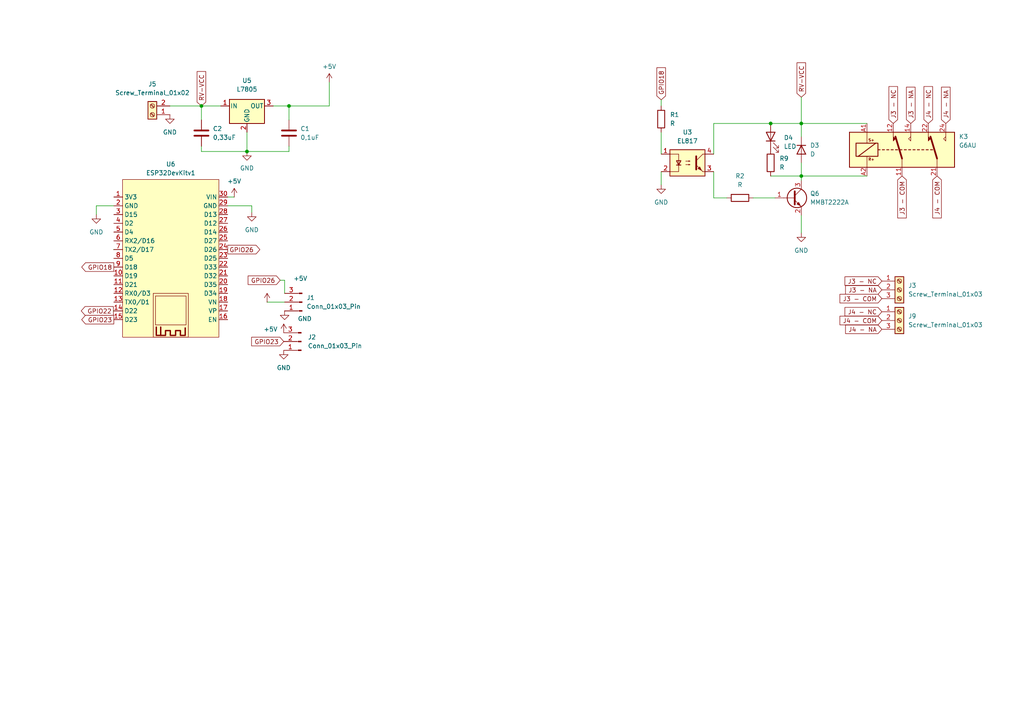
<source format=kicad_sch>
(kicad_sch (version 20250114) (generator "eeschema") (generator_version "9.0")
  (paper "A4")
  (lib_symbols
    (symbol "Connector:Conn_01x03_Pin" (pin_names (offset 1.016) (hide yes))
      (property "Reference" "J" (at 0 5.08 0))
      (property "Value" "Conn_01x03_Pin" (at 0 -5.08 0))
      (symbol "Conn_01x03_Pin_1_1"
        (rectangle (start 0.8636 2.667) (end 0 2.413) (stroke (width 0.1524)) (fill (type outline)))
        (rectangle (start 0.8636 0.127) (end 0 -0.127) (stroke (width 0.1524)) (fill (type outline)))
        (rectangle (start 0.8636 -2.413) (end 0 -2.667) (stroke (width 0.1524)) (fill (type outline)))
        (polyline (pts (xy 1.27 2.54) (xy 0.8636 2.54)) (stroke (width 0.1524)))
        (polyline (pts (xy 1.27 0) (xy 0.8636 0)) (stroke (width 0.1524)))
        (polyline (pts (xy 1.27 -2.54) (xy 0.8636 -2.54)) (stroke (width 0.1524)))
        (pin passive line (at 5.08 2.54 180) (length 3.81) (name "Pin_1") (number "1"))
        (pin passive line (at 5.08 0 180) (length 3.81) (name "Pin_2") (number "2"))
        (pin passive line (at 5.08 -2.54 180) (length 3.81) (name "Pin_3") (number "3"))
      )
    )
    (symbol "Connector:Screw_Terminal_01x02" (pin_names (offset 1.016) (hide yes))
      (property "Reference" "J" (at 0 2.54 0))
      (property "Value" "Screw_Terminal_01x02" (at 0 -5.08 0))
      (symbol "Screw_Terminal_01x02_1_1"
        (rectangle (start -1.27 1.27) (end 1.27 -3.81) (stroke (width 0.254)) (fill (type background)))
        (polyline (pts (xy -0.5334 0.3302) (xy 0.3302 -0.508)) (stroke (width 0.1524)))
        (polyline (pts (xy -0.5334 -2.2098) (xy 0.3302 -3.048)) (stroke (width 0.1524)))
        (polyline (pts (xy -0.3556 0.508) (xy 0.508 -0.3302)) (stroke (width 0.1524)))
        (polyline (pts (xy -0.3556 -2.032) (xy 0.508 -2.8702)) (stroke (width 0.1524)))
        (circle (center 0 0) (radius 0.635) (stroke (width 0.1524)))
        (circle (center 0 -2.54) (radius 0.635) (stroke (width 0.1524)))
        (pin passive line (at -5.08 0 0) (length 3.81) (name "Pin_1") (number "1"))
        (pin passive line (at -5.08 -2.54 0) (length 3.81) (name "Pin_2") (number "2"))
      )
    )
    (symbol "Connector:Screw_Terminal_01x03" (pin_names (offset 1.016) (hide yes))
      (property "Reference" "J" (at 0 5.08 0))
      (property "Value" "Screw_Terminal_01x03" (at 0 -5.08 0))
      (symbol "Screw_Terminal_01x03_1_1"
        (rectangle (start -1.27 3.81) (end 1.27 -3.81) (stroke (width 0.254)) (fill (type background)))
        (polyline (pts (xy -0.5334 2.8702) (xy 0.3302 2.032)) (stroke (width 0.1524)))
        (polyline (pts (xy -0.5334 0.3302) (xy 0.3302 -0.508)) (stroke (width 0.1524)))
        (polyline (pts (xy -0.5334 -2.2098) (xy 0.3302 -3.048)) (stroke (width 0.1524)))
        (polyline (pts (xy -0.3556 3.048) (xy 0.508 2.2098)) (stroke (width 0.1524)))
        (polyline (pts (xy -0.3556 0.508) (xy 0.508 -0.3302)) (stroke (width 0.1524)))
        (polyline (pts (xy -0.3556 -2.032) (xy 0.508 -2.8702)) (stroke (width 0.1524)))
        (circle (center 0 2.54) (radius 0.635) (stroke (width 0.1524)))
        (circle (center 0 0) (radius 0.635) (stroke (width 0.1524)))
        (circle (center 0 -2.54) (radius 0.635) (stroke (width 0.1524)))
        (pin passive line (at -5.08 2.54 0) (length 3.81) (name "Pin_1") (number "1"))
        (pin passive line (at -5.08 0 0) (length 3.81) (name "Pin_2") (number "2"))
        (pin passive line (at -5.08 -2.54 0) (length 3.81) (name "Pin_3") (number "3"))
      )
    )
    (symbol "Device:C" (pin_numbers (hide yes)) (pin_names (offset 0.254))
      (property "Reference" "C" (at 0.635 2.54 0))
      (property "Value" "C" (at 0.635 -2.54 0))
      (symbol "C_0_1"
        (polyline (pts (xy -2.032 0.762) (xy 2.032 0.762)) (stroke (width 0.508)))
        (polyline (pts (xy -2.032 -0.762) (xy 2.032 -0.762)) (stroke (width 0.508)))
      )
      (symbol "C_1_1"
        (pin passive line (at 0 3.81 270) (length 2.794) (name "~") (number "1"))
        (pin passive line (at 0 -3.81 90) (length 2.794) (name "~") (number "2"))
      )
    )
    (symbol "Device:D" (pin_numbers (hide yes)) (pin_names (offset 1.016) (hide yes))
      (property "Reference" "D" (at 0 2.54 0))
      (property "Value" "D" (at 0 -2.54 0))
      (symbol "D_0_1"
        (polyline (pts (xy -1.27 1.27) (xy -1.27 -1.27)) (stroke (width 0.254)))
        (polyline (pts (xy 1.27 1.27) (xy 1.27 -1.27) (xy -1.27 0) (xy 1.27 1.27)) (stroke (width 0.254)))
        (polyline (pts (xy 1.27 0) (xy -1.27 0)))
      )
      (symbol "D_1_1"
        (pin passive line (at -3.81 0 0) (length 2.54) (name "K") (number "1"))
        (pin passive line (at 3.81 0 180) (length 2.54) (name "A") (number "2"))
      )
    )
    (symbol "Device:R" (pin_numbers (hide yes)) (pin_names (offset 0))
      (property "Reference" "R" (at 2.032 0 90))
      (property "Value" "R" (at 0 0 90))
      (symbol "R_0_1"
        (rectangle (start -1.016 -2.54) (end 1.016 2.54) (stroke (width 0.254)))
      )
      (symbol "R_1_1"
        (pin passive line (at 0 3.81 270) (length 1.27) (name "~") (number "1"))
        (pin passive line (at 0 -3.81 90) (length 1.27) (name "~") (number "2"))
      )
    )
    (symbol "Isolator:EL817" (pin_names (offset 1.016))
      (property "Reference" "U" (at -5.08 5.08 0))
      (property "Value" "EL817" (at 0 5.08 0))
      (symbol "EL817_0_1"
        (rectangle (start -5.08 3.81) (end 5.08 -3.81) (stroke (width 0.254)) (fill (type background)))
        (polyline (pts (xy -5.08 2.54) (xy -2.54 2.54) (xy -2.54 -0.635)))
        (polyline (pts (xy -3.175 -0.635) (xy -1.905 -0.635)) (stroke (width 0.254)))
        (polyline (pts (xy -2.54 -0.635) (xy -2.54 -2.54) (xy -5.08 -2.54)))
        (polyline (pts (xy -2.54 -0.635) (xy -3.175 0.635) (xy -1.905 0.635) (xy -2.54 -0.635)) (stroke (width 0.254)))
        (polyline (pts (xy -0.508 0.508) (xy 0.762 0.508) (xy 0.381 0.381) (xy 0.381 0.635) (xy 0.762 0.508)))
        (polyline (pts (xy -0.508 -0.508) (xy 0.762 -0.508) (xy 0.381 -0.635) (xy 0.381 -0.381) (xy 0.762 -0.508)))
        (polyline (pts (xy 2.54 1.905) (xy 2.54 -1.905) (xy 2.54 -1.905)) (stroke (width 0.508)))
        (polyline (pts (xy 2.54 0.635) (xy 4.445 2.54)))
        (polyline (pts (xy 3.048 -1.651) (xy 3.556 -1.143) (xy 4.064 -2.159) (xy 3.048 -1.651) (xy 3.048 -1.651)) (fill (type outline)))
        (polyline (pts (xy 4.445 2.54) (xy 5.08 2.54)))
        (polyline (pts (xy 4.445 -2.54) (xy 2.54 -0.635)) (fill (type outline)))
        (polyline (pts (xy 4.445 -2.54) (xy 5.08 -2.54)))
      )
      (symbol "EL817_1_1"
        (pin passive line (at -7.62 2.54 0) (length 2.54) (name "~") (number "1"))
        (pin passive line (at -7.62 -2.54 0) (length 2.54) (name "~") (number "2"))
        (pin passive line (at 7.62 2.54 180) (length 2.54) (name "~") (number "4"))
        (pin passive line (at 7.62 -2.54 180) (length 2.54) (name "~") (number "3"))
      )
    )
    (symbol "LED_2" (pin_numbers (hide yes)) (pin_names (offset 1.016) (hide yes))
      (property "Reference" "D" (at 0 2.54 0))
      (property "Value" "LED" (at 0 -2.54 0))
      (symbol "LED_2_0_1"
        (polyline (pts (xy -3.048 -0.762) (xy -4.572 -2.286) (xy -3.81 -2.286) (xy -4.572 -2.286) (xy -4.572 -1.524)))
        (polyline (pts (xy -1.778 -0.762) (xy -3.302 -2.286) (xy -2.54 -2.286) (xy -3.302 -2.286) (xy -3.302 -1.524)))
        (polyline (pts (xy -1.27 0) (xy 1.27 0)))
        (polyline (pts (xy -1.27 -1.27) (xy -1.27 1.27)) (stroke (width 0.254)))
        (polyline (pts (xy 1.27 -1.27) (xy 1.27 1.27) (xy -1.27 0) (xy 1.27 -1.27)) (stroke (width 0.254)))
      )
      (symbol "LED_2_1_1"
        (pin passive line (at -3.81 0 0) (length 2.54) (name "K") (number "1"))
        (pin passive line (at 3.81 0 180) (length 2.54) (name "A") (number "2"))
      )
    )
    (symbol "MCE_Modulos:ESP32DevKitv1"
      (property "Reference" "U" (at -12.7 24.13 0))
      (property "Value" "ESP32DevKitv1" (at 0 -24.13 0))
      (symbol "ESP32DevKitv1_0_1"
        (polyline (pts (xy -5.08 -10.16) (xy 5.08 -10.16) (xy 5.08 -22.86) (xy -5.08 -22.86) (xy -5.08 -10.16)))
        (polyline (pts (xy -4.445 -10.922) (xy 4.445 -10.922) (xy 4.445 -19.304) (xy -4.445 -19.304) (xy -4.445 -10.922)))
      )
      (symbol "ESP32DevKitv1_1_1"
        (rectangle (start -13.97 22.86) (end 13.97 -22.86) (fill (type background)))
        (polyline (pts (xy -4.191 -19.939) (xy -4.191 -22.352) (xy -1.524 -22.352) (xy -1.524 -20.955) (xy -0.127 -20.955) (xy -0.127 -22.352) (xy 1.397 -22.352) (xy 1.397 -20.955) (xy 2.794 -20.955) (xy 2.794 -22.352) (xy 4.191 -22.352) (xy 4.191 -20.193)) (stroke (width 0.4)))
        (polyline (pts (xy -2.921 -19.939) (xy -2.921 -22.352)) (stroke (width 0.4)))
        (pin power_in line (at -16.51 17.78 0) (length 2.54) (name "3V3") (number "1"))
        (pin power_in line (at -16.51 15.24 0) (length 2.54) (name "GND") (number "2"))
        (pin bidirectional line (at -16.51 12.7 0) (length 2.54) (name "D15") (number "3"))
        (pin bidirectional line (at -16.51 10.16 0) (length 2.54) (name "D2") (number "4"))
        (pin bidirectional line (at -16.51 7.62 0) (length 2.54) (name "D4") (number "5"))
        (pin bidirectional line (at -16.51 5.08 0) (length 2.54) (name "RX2/D16") (number "6"))
        (pin bidirectional line (at -16.51 2.54 0) (length 2.54) (name "TX2/D17") (number "7"))
        (pin bidirectional line (at -16.51 0 0) (length 2.54) (name "D5") (number "8"))
        (pin bidirectional line (at -16.51 -2.54 0) (length 2.54) (name "D18") (number "9"))
        (pin bidirectional line (at -16.51 -5.08 0) (length 2.54) (name "D19") (number "10"))
        (pin bidirectional line (at -16.51 -7.62 0) (length 2.54) (name "D21") (number "11"))
        (pin bidirectional line (at -16.51 -10.16 0) (length 2.54) (name "RX0/D3") (number "12"))
        (pin bidirectional line (at -16.51 -12.7 0) (length 2.54) (name "TX0/D1") (number "13"))
        (pin bidirectional line (at -16.51 -15.24 0) (length 2.54) (name "D22") (number "14"))
        (pin bidirectional line (at -16.51 -17.78 0) (length 2.54) (name "D23") (number "15"))
        (pin power_in line (at 16.51 17.78 180) (length 2.54) (name "VIN") (number "30"))
        (pin power_in line (at 16.51 15.24 180) (length 2.54) (name "GND") (number "29"))
        (pin bidirectional line (at 16.51 12.7 180) (length 2.54) (name "D13") (number "28"))
        (pin bidirectional line (at 16.51 10.16 180) (length 2.54) (name "D12") (number "27"))
        (pin bidirectional line (at 16.51 7.62 180) (length 2.54) (name "D14") (number "26"))
        (pin bidirectional line (at 16.51 5.08 180) (length 2.54) (name "D27") (number "25"))
        (pin bidirectional line (at 16.51 2.54 180) (length 2.54) (name "D26") (number "24"))
        (pin bidirectional line (at 16.51 0 180) (length 2.54) (name "D25") (number "23"))
        (pin bidirectional line (at 16.51 -2.54 180) (length 2.54) (name "D33") (number "22"))
        (pin bidirectional line (at 16.51 -5.08 180) (length 2.54) (name "D32") (number "21"))
        (pin bidirectional line (at 16.51 -7.62 180) (length 2.54) (name "D35") (number "20"))
        (pin bidirectional line (at 16.51 -10.16 180) (length 2.54) (name "D34") (number "19"))
        (pin input line (at 16.51 -12.7 180) (length 2.54) (name "VN") (number "18"))
        (pin input line (at 16.51 -15.24 180) (length 2.54) (name "VP") (number "17"))
        (pin input line (at 16.51 -17.78 180) (length 2.54) (name "EN") (number "16"))
      )
    )
    (symbol "Regulator_Linear:L7805" (pin_names (offset 0.254))
      (property "Reference" "U" (at -3.81 3.175 0))
      (property "Value" "L7805" (at 0 3.175 0))
      (symbol "L7805_0_1"
        (rectangle (start -5.08 1.905) (end 5.08 -5.08) (stroke (width 0.254)) (fill (type background)))
      )
      (symbol "L7805_1_1"
        (pin power_in line (at -7.62 0 0) (length 2.54) (name "IN") (number "1"))
        (pin power_in line (at 0 -7.62 90) (length 2.54) (name "GND") (number "2"))
        (pin power_out line (at 7.62 0 180) (length 2.54) (name "OUT") (number "3"))
      )
    )
    (symbol "Relay:G6AU"
      (property "Reference" "K" (at 16.51 3.81 0))
      (property "Value" "G6AU" (at 16.51 1.27 0))
      (symbol "G6AU_0_1"
        (rectangle (start -13.335 1.905) (end -6.985 -1.905) (stroke (width 0.254)))
        (polyline (pts (xy -12.7 -1.905) (xy -7.62 1.905)) (stroke (width 0.254)))
        (polyline (pts (xy -10.16 5.08) (xy -10.16 1.905)))
        (polyline (pts (xy -10.16 -5.08) (xy -10.16 -1.905)))
        (polyline (pts (xy -6.985 0) (xy -6.35 0)) (stroke (width 0.254)))
        (polyline (pts (xy -5.715 0) (xy -5.08 0)) (stroke (width 0.254)))
        (polyline (pts (xy -4.445 0) (xy -3.81 0)) (stroke (width 0.254)))
        (polyline (pts (xy -3.175 0) (xy -2.54 0)) (stroke (width 0.254)))
        (polyline (pts (xy -2.54 5.08) (xy -2.54 2.54) (xy -1.905 3.175) (xy -2.54 3.81)) (fill (type outline)))
        (polyline (pts (xy -1.905 0) (xy -1.27 0)) (stroke (width 0.254)))
        (polyline (pts (xy -0.635 0) (xy 0 0)) (stroke (width 0.254)))
        (polyline (pts (xy 0 -2.54) (xy -1.905 3.81)) (stroke (width 0.508)))
        (polyline (pts (xy 0 -2.54) (xy 0 -5.08)))
        (polyline (pts (xy 0.635 0) (xy 1.27 0)) (stroke (width 0.254)))
        (polyline (pts (xy 1.905 0) (xy 2.54 0)) (stroke (width 0.254)))
        (polyline (pts (xy 2.54 5.08) (xy 2.54 2.54) (xy 1.905 3.175) (xy 2.54 3.81)))
        (polyline (pts (xy 3.175 0) (xy 3.81 0)) (stroke (width 0.254)))
        (polyline (pts (xy 4.445 0) (xy 5.08 0)) (stroke (width 0.254)))
        (polyline (pts (xy 5.715 0) (xy 6.35 0)) (stroke (width 0.254)))
        (polyline (pts (xy 6.985 0) (xy 7.62 0)) (stroke (width 0.254)))
        (polyline (pts (xy 7.62 5.08) (xy 7.62 2.54) (xy 8.255 3.175) (xy 7.62 3.81)) (fill (type outline)))
        (polyline (pts (xy 8.255 0) (xy 8.89 0)) (stroke (width 0.254)))
        (polyline (pts (xy 10.16 -2.54) (xy 8.255 3.81)) (stroke (width 0.508)))
        (polyline (pts (xy 10.16 -2.54) (xy 10.16 -5.08)))
        (polyline (pts (xy 12.7 5.08) (xy 12.7 2.54) (xy 12.065 3.175) (xy 12.7 3.81)))
      )
      (symbol "G6AU_1_0"
        (text "S+" (at -8.89 2.794 0) (effects (font (size 0.762 0.762))))
        (text "R+" (at -8.89 -2.794 0) (effects (font (size 0.762 0.762))))
      )
      (symbol "G6AU_1_1"
        (rectangle (start -15.24 5.08) (end 15.24 -5.08) (stroke (width 0.254)) (fill (type background)))
        (pin passive line (at -10.16 7.62 270) (length 2.54) (name "~") (number "A1"))
        (pin passive line (at -10.16 -7.62 90) (length 2.54) (name "~") (number "A2"))
        (pin passive line (at -2.54 7.62 270) (length 2.54) (name "~") (number "12"))
        (pin passive line (at 0 -7.62 90) (length 2.54) (name "~") (number "11"))
        (pin passive line (at 2.54 7.62 270) (length 2.54) (name "~") (number "14"))
        (pin passive line (at 7.62 7.62 270) (length 2.54) (name "~") (number "22"))
        (pin passive line (at 10.16 -7.62 90) (length 2.54) (name "~") (number "21"))
        (pin passive line (at 12.7 7.62 270) (length 2.54) (name "~") (number "24"))
      )
    )
    (symbol "Transistor_BJT:MMBT2222A" (pin_names (offset 0) (hide yes))
      (property "Reference" "Q" (at 5.08 1.905 0))
      (property "Value" "MMBT2222A" (at 5.08 0 0))
      (symbol "MMBT2222A_0_1"
        (polyline (pts (xy -2.54 0) (xy 0.635 0)))
        (polyline (pts (xy 0.635 1.905) (xy 0.635 -1.905)) (stroke (width 0.508)))
        (circle (center 1.27 0) (radius 2.8194) (stroke (width 0.254)))
      )
      (symbol "MMBT2222A_1_1"
        (polyline (pts (xy 0.635 0.635) (xy 2.54 2.54)))
        (polyline (pts (xy 0.635 -0.635) (xy 2.54 -2.54)))
        (polyline (pts (xy 1.27 -1.778) (xy 1.778 -1.27) (xy 2.286 -2.286) (xy 1.27 -1.778)) (fill (type outline)))
        (pin input line (at -5.08 0 0) (length 2.54) (name "B") (number "1"))
        (pin passive line (at 2.54 5.08 270) (length 2.54) (name "C") (number "3"))
        (pin passive line (at 2.54 -5.08 90) (length 2.54) (name "E") (number "2"))
      )
    )
    (symbol "power:+5V" (power) (pin_numbers (hide yes)) (pin_names (offset 0) (hide yes))
      (property "Value" "+5V" (at 0 3.556 0))
      (symbol "+5V_0_1"
        (polyline (pts (xy -0.762 1.27) (xy 0 2.54)))
        (polyline (pts (xy 0 2.54) (xy 0.762 1.27)))
        (polyline (pts (xy 0 0) (xy 0 2.54)))
      )
      (symbol "+5V_1_1"
        (pin power_in line (at 0 0 90) (length 0) (name "~") (number "1"))
      )
    )
    (symbol "power:GND" (power) (pin_numbers (hide yes)) (pin_names (offset 0) (hide yes))
      (property "Value" "GND" (at 0 -3.81 0))
      (symbol "GND_0_1"
        (polyline (pts (xy 0 0) (xy 0 -1.27) (xy 1.27 -1.27) (xy 0 -2.54) (xy -1.27 -1.27) (xy 0 -1.27)))
      )
      (symbol "GND_1_1"
        (pin power_in line (at 0 0 270) (length 0) (name "~") (number "1"))
      )
    )
  )
  (junction (at 58.42 30.734))
  (junction (at 83.82 30.734))
  (junction (at 223.52 35.814))
  (junction (at 232.41 51.054))
  (junction (at 232.41 35.814))
  (junction (at 71.628 43.942))
  (wire (pts (xy 83.82 43.942) (xy 71.628 43.942)))
  (wire (pts (xy 67.945 57.15) (xy 66.04 57.15)))
  (wire (pts (xy 251.46 35.814) (xy 232.41 35.814)))
  (wire (pts (xy 207.01 49.784) (xy 207.01 57.404)))
  (wire (pts (xy 232.41 52.324) (xy 232.41 51.054)))
  (wire (pts (xy 83.82 30.734) (xy 79.248 30.734)))
  (wire (pts (xy 83.82 30.734) (xy 83.82 34.798)))
  (wire (pts (xy 77.47 87.63) (xy 82.55 87.63)))
  (wire (pts (xy 232.41 51.054) (xy 232.41 47.244)))
  (wire (pts (xy 83.82 42.418) (xy 83.82 43.942)))
  (wire (pts (xy 232.41 28.194) (xy 232.41 35.814)))
  (wire (pts (xy 95.504 23.876) (xy 95.504 30.734)))
  (wire (pts (xy 58.42 30.734) (xy 58.42 34.798)))
  (wire (pts (xy 73.025 59.69) (xy 66.04 59.69)))
  (wire (pts (xy 251.46 51.054) (xy 232.41 51.054)))
  (wire (pts (xy 191.77 28.956) (xy 191.77 30.734)))
  (wire (pts (xy 95.504 30.734) (xy 83.82 30.734)))
  (wire (pts (xy 82.55 81.28) (xy 82.55 85.09)))
  (wire (pts (xy 223.52 35.814) (xy 232.41 35.814)))
  (wire (pts (xy 58.42 42.418) (xy 58.42 43.942)))
  (wire (pts (xy 207.01 57.404) (xy 210.82 57.404)))
  (wire (pts (xy 191.77 38.354) (xy 191.77 44.704)))
  (wire (pts (xy 232.41 35.814) (xy 232.41 39.624)))
  (wire (pts (xy 49.276 30.734) (xy 58.42 30.734)))
  (wire (pts (xy 27.94 62.23) (xy 27.94 59.69)))
  (wire (pts (xy 232.41 67.564) (xy 232.41 62.484)))
  (wire (pts (xy 207.01 35.814) (xy 223.52 35.814)))
  (wire (pts (xy 58.42 43.942) (xy 71.628 43.942)))
  (wire (pts (xy 81.28 81.28) (xy 82.55 81.28)))
  (wire (pts (xy 218.44 57.404) (xy 224.79 57.404)))
  (wire (pts (xy 32.893 72.39) (xy 33.02 72.39)))
  (wire (pts (xy 58.42 30.734) (xy 64.008 30.734)))
  (wire (pts (xy 71.628 38.354) (xy 71.628 43.942)))
  (wire (pts (xy 207.01 44.704) (xy 207.01 35.814)))
  (wire (pts (xy 223.52 51.054) (xy 232.41 51.054)))
  (wire (pts (xy 191.77 53.594) (xy 191.77 49.784)))
  (wire (pts (xy 32.893 90.17) (xy 33.02 90.17)))
  (wire (pts (xy 27.94 59.69) (xy 33.02 59.69)))
  (wire (pts (xy 73.025 61.595) (xy 73.025 59.69)))
  (global_label "GPIO22" (shape output) (at 32.893 90.17 180) (property "Intersheetrefs" "${INTERSHEET_REFS}" (effects (hide yes))))
  (global_label "J4 - NA" (shape input) (at 274.32 35.814 90) (property "Intersheetrefs" "${INTERSHEET_REFS}" (effects (hide yes))))
  (global_label "J4 - NC" (shape input) (at 255.778 90.424 180) (property "Intersheetrefs" "${INTERSHEET_REFS}" (effects (hide yes))))
  (global_label "J4 - NA" (shape input) (at 255.778 95.504 180) (property "Intersheetrefs" "${INTERSHEET_REFS}" (effects (hide yes))))
  (global_label "RV-VCC" (shape input) (at 232.41 28.194 90) (property "Intersheetrefs" "${INTERSHEET_REFS}" (effects (hide yes))))
  (global_label "J3 - NC" (shape input) (at 259.08 35.814 90) (property "Intersheetrefs" "${INTERSHEET_REFS}" (effects (hide yes))))
  (global_label "RV-VCC" (shape input) (at 58.42 30.734 90) (property "Intersheetrefs" "${INTERSHEET_REFS}" (effects (hide yes))))
  (global_label "J4 - NC" (shape input) (at 269.24 35.814 90) (property "Intersheetrefs" "${INTERSHEET_REFS}" (effects (hide yes))))
  (global_label "J3 - COM" (shape input) (at 261.62 51.054 270) (property "Intersheetrefs" "${INTERSHEET_REFS}" (effects (hide yes))))
  (global_label "GPIO18" (shape output) (at 33.02 77.47 180) (property "Intersheetrefs" "${INTERSHEET_REFS}" (effects (hide yes))))
  (global_label "GPIO23" (shape output) (at 33.02 92.71 180) (property "Intersheetrefs" "${INTERSHEET_REFS}" (effects (hide yes))))
  (global_label "J4 - COM" (shape input) (at 255.778 92.964 180) (property "Intersheetrefs" "${INTERSHEET_REFS}" (effects (hide yes))))
  (global_label "J3 - NA" (shape input) (at 255.778 84.074 180) (property "Intersheetrefs" "${INTERSHEET_REFS}" (effects (hide yes))))
  (global_label "GPIO18" (shape input) (at 191.77 28.956 90) (property "Intersheetrefs" "${INTERSHEET_REFS}" (effects (hide yes))))
  (global_label "GPIO26" (shape input) (at 81.28 81.28 180) (property "Intersheetrefs" "${INTERSHEET_REFS}" (effects (hide yes))))
  (global_label "GPIO26" (shape output) (at 66.04 72.39 0) (property "Intersheetrefs" "${INTERSHEET_REFS}" (effects (hide yes))))
  (global_label "J3 - COM" (shape input) (at 255.778 86.614 180) (property "Intersheetrefs" "${INTERSHEET_REFS}" (effects (hide yes))))
  (global_label "J4 - COM" (shape input) (at 271.78 51.054 270) (property "Intersheetrefs" "${INTERSHEET_REFS}" (effects (hide yes))))
  (global_label "J3 - NA" (shape input) (at 264.16 35.814 90) (property "Intersheetrefs" "${INTERSHEET_REFS}" (effects (hide yes))))
  (global_label "GPIO23" (shape input) (at 82.296 99.06 180) (property "Intersheetrefs" "${INTERSHEET_REFS}" (effects (hide yes))))
  (global_label "J3 - NC" (shape input) (at 255.778 81.534 180) (property "Intersheetrefs" "${INTERSHEET_REFS}" (effects (hide yes))))
  (symbol (lib_id "Device:R") (at 191.77 34.544 180) (unit 1)
    (property "Reference" "R1" (at 194.31 33.2739 0) (effects (justify right)))
    (property "Value" "R" (at 194.31 35.8139 0) (effects (justify right)))
    (property "Footprint" "Resistor_SMD:R_0805_2012Metric" (effects (hide yes)))
    (property "Description" "Resistor" (effects (hide yes)))
  )
  (symbol (lib_id "Relay:G6AU") (at 261.62 43.434 0) (unit 1)
    (property "Reference" "K3" (at 278.13 39.624 0) (effects (justify left)))
    (property "Value" "G6AU" (at 278.13 42.164 0) (effects (justify left)))
    (property "Footprint" "Relay_THT:Relay_DPDT_Omron_G6A" (effects (hide yes)))
    (property "Datasheet" "https://omronfs.omron.com/en_US/ecb/products/pdf/en-g6a.pdf" (effects (hide yes)))
    (property "Description" "Industry-Standard 2-pole relay, designed to switch 2A Signal Loads, Single-winding Latching" (effects (hide yes)))
  )
  (symbol (lib_id "power:+5V") (at 95.504 23.876 0) (unit 1)
    (property "Reference" "#PWR012" (effects (hide yes)))
    (property "Value" "+5V" (at 95.504 19.304 0))
    (property "Description" "Power symbol creates a global label with name \"+5V\"" (effects (hide yes)))
  )
  (symbol (lib_id "Connector:Screw_Terminal_01x03") (at 260.858 92.964 0) (unit 1)
    (property "Reference" "J9" (at 263.398 91.6939 0) (effects (justify left)))
    (property "Value" "Screw_Terminal_01x03" (at 263.398 94.2339 0) (effects (justify left)))
    (property "Footprint" "TerminalBlock:TerminalBlock_Xinya_XY308-2.54-3P_1x03_P2.54mm_Horizontal" (effects (hide yes)))
    (property "Description" "Generic screw terminal, single row, 01x03, script generated (kicad-library-utils/schlib/autogen/connector/)" (effects (hide yes)))
  )
  (symbol (lib_id "Device:R") (at 223.52 47.244 180) (unit 1)
    (property "Reference" "R9" (at 226.06 45.9739 0) (effects (justify right)))
    (property "Value" "R" (at 226.06 48.5139 0) (effects (justify right)))
    (property "Footprint" "Resistor_SMD:R_0805_2012Metric" (effects (hide yes)))
    (property "Description" "Resistor" (effects (hide yes)))
  )
  (symbol (lib_id "Transistor_BJT:MMBT2222A") (at 229.87 57.404 0) (unit 1)
    (property "Reference" "Q6" (at 234.95 56.1339 0) (effects (justify left)))
    (property "Value" "MMBT2222A" (at 234.95 58.6739 0) (effects (justify left)))
    (property "Footprint" "Package_TO_SOT_SMD:SOT-23" (effects (hide yes)))
    (property "Datasheet" "https://assets.nexperia.com/documents/data-sheet/MMBT2222A.pdf" (effects (hide yes)))
    (property "Description" "600mA Ic, 40V Vce, NPN Transistor, SOT-23" (effects (hide yes)))
  )
  (symbol (lib_id "power:GND") (at 73.025 61.595 0) (unit 1)
    (property "Reference" "#PWR07" (effects (hide yes)))
    (property "Value" "GND" (at 73.025 66.675 0))
    (property "Description" "Power symbol creates a global label with name \"GND\" , ground" (effects (hide yes)))
  )
  (symbol (lib_id "Connector:Conn_01x03_Pin") (at 87.63 87.63 180) (unit 1)
    (property "Reference" "J1" (at 88.9 86.3599 0) (effects (justify right)))
    (property "Value" "Conn_01x03_Pin" (at 88.9 88.8999 0) (effects (justify right)))
    (property "Footprint" "Connector_PinHeader_2.54mm:PinHeader_1x03_P2.54mm_Vertical" (effects (hide yes)))
    (property "Description" "Generic connector, single row, 01x03, script generated" (effects (hide yes)))
  )
  (symbol (lib_name "LED_2") (lib_id "Device:LED") (at 223.52 39.624 90) (unit 1)
    (property "Reference" "D4" (at 227.33 39.9414 90) (effects (justify right)))
    (property "Value" "LED" (at 227.33 42.4814 90) (effects (justify right)))
    (property "Footprint" "LED_THT:LED_D5.0mm_Clear" (effects (hide yes)))
    (property "Description" "Light emitting diode" (effects (hide yes)))
    (property "Sim.Pins" "1=K 2=A" (effects (hide yes)))
  )
  (symbol (lib_id "power:GND") (at 49.276 33.274 0) (unit 1)
    (property "Reference" "#PWR010" (effects (hide yes)))
    (property "Value" "GND" (at 49.276 38.354 0))
    (property "Description" "Power symbol creates a global label with name \"GND\" , ground" (effects (hide yes)))
  )
  (symbol (lib_id "Isolator:EL817") (at 199.39 47.244 0) (unit 1)
    (property "Reference" "U3" (at 199.39 38.354 0))
    (property "Value" "EL817" (at 199.39 40.894 0))
    (property "Footprint" "Package_DIP:DIP-4_W7.62mm" (effects (hide yes)))
    (property "Datasheet" "http://www.everlight.com/file/ProductFile/EL817.pdf" (effects (hide yes)))
    (property "Description" "DC Optocoupler, Vce 35V, DIP-4" (effects (hide yes)))
  )
  (symbol (lib_id "MCE_Modulos:ESP32DevKitv1") (at 49.53 74.93 0) (unit 1)
    (property "Reference" "U6" (at 49.53 47.625 0))
    (property "Value" "ESP32DevKitv1" (at 49.53 50.165 0))
    (property "Footprint" "RF_Module:ESP32-C3-DevKitM-1" (effects (hide yes)))
    (property "Description" "ESP32 DevKit v1" (effects (hide yes)))
  )
  (symbol (lib_id "Connector:Screw_Terminal_01x02") (at 44.196 33.274 180) (unit 1)
    (property "Reference" "J5" (at 44.196 24.384 0))
    (property "Value" "Screw_Terminal_01x02" (at 44.196 26.924 0))
    (property "Footprint" "TerminalBlock:TerminalBlock_bornier-2_P5.08mm" (effects (hide yes)))
    (property "Description" "Generic screw terminal, single row, 01x02, script generated (kicad-library-utils/schlib/autogen/connector/)" (effects (hide yes)))
  )
  (symbol (lib_id "power:GND") (at 82.55 90.17 0) (unit 1)
    (property "Reference" "#PWR015" (effects (hide yes)))
    (property "Value" "GND" (at 88.392 92.456 0))
    (property "Description" "Power symbol creates a global label with name \"GND\" , ground" (effects (hide yes)))
  )
  (symbol (lib_id "power:GND") (at 82.296 101.6 0) (unit 1)
    (property "Reference" "#PWR013" (effects (hide yes)))
    (property "Value" "GND" (at 82.296 106.68 0))
    (property "Description" "Power symbol creates a global label with name \"GND\" , ground" (effects (hide yes)))
  )
  (symbol (lib_id "power:+5V") (at 67.945 57.15 0) (unit 1)
    (property "Reference" "#PWR06" (effects (hide yes)))
    (property "Value" "+5V" (at 67.945 52.578 0))
    (property "Description" "Power symbol creates a global label with name \"+5V\"" (effects (hide yes)))
  )
  (symbol (lib_id "Device:C") (at 83.82 38.608 0) (unit 1)
    (property "Reference" "C1" (at 87.122 37.3379 0) (effects (justify left)))
    (property "Value" "0,1uF" (at 87.122 39.8779 0) (effects (justify left)))
    (property "Footprint" "Capacitor_THT:C_Axial_L3.8mm_D2.6mm_P7.50mm_Horizontal" (effects (hide yes)))
    (property "Description" "Unpolarized capacitor" (effects (hide yes)))
  )
  (symbol (lib_id "power:+5V") (at 77.47 87.63 0) (unit 1)
    (property "Reference" "#PWR017" (effects (hide yes)))
    (property "Value" "+5V" (at 87.122 80.772 0))
    (property "Description" "Power symbol creates a global label with name \"+5V\"" (effects (hide yes)))
  )
  (symbol (lib_id "Connector:Conn_01x03_Pin") (at 87.376 99.06 180) (unit 1)
    (property "Reference" "J2" (at 89.281 97.7899 0) (effects (justify right)))
    (property "Value" "Conn_01x03_Pin" (at 89.281 100.3299 0) (effects (justify right)))
    (property "Footprint" "Connector_PinHeader_2.54mm:PinHeader_1x03_P2.54mm_Vertical" (effects (hide yes)))
    (property "Description" "Generic connector, single row, 01x03, script generated" (effects (hide yes)))
  )
  (symbol (lib_id "power:+5V") (at 82.296 96.52 0) (unit 1)
    (property "Reference" "#PWR016" (effects (hide yes)))
    (property "Value" "+5V" (at 78.486 95.504 0))
    (property "Description" "Power symbol creates a global label with name \"+5V\"" (effects (hide yes)))
  )
  (symbol (lib_id "Connector:Screw_Terminal_01x03") (at 260.858 84.074 0) (unit 1)
    (property "Reference" "J3" (at 263.398 82.8039 0) (effects (justify left)))
    (property "Value" "Screw_Terminal_01x03" (at 263.398 85.3439 0) (effects (justify left)))
    (property "Footprint" "TerminalBlock:TerminalBlock_Xinya_XY308-2.54-3P_1x03_P2.54mm_Horizontal" (effects (hide yes)))
    (property "Description" "Generic screw terminal, single row, 01x03, script generated (kicad-library-utils/schlib/autogen/connector/)" (effects (hide yes)))
  )
  (symbol (lib_id "Device:R") (at 214.63 57.404 90) (unit 1)
    (property "Reference" "R2" (at 214.63 51.054 90))
    (property "Value" "R" (at 214.63 53.594 90))
    (property "Footprint" "Resistor_SMD:R_0805_2012Metric" (effects (hide yes)))
    (property "Description" "Resistor" (effects (hide yes)))
  )
  (symbol (lib_id "Device:C") (at 58.42 38.608 0) (unit 1)
    (property "Reference" "C2" (at 61.722 37.3379 0) (effects (justify left)))
    (property "Value" "0,33uF" (at 61.722 39.8779 0) (effects (justify left)))
    (property "Footprint" "Capacitor_THT:C_Axial_L3.8mm_D2.6mm_P7.50mm_Horizontal" (effects (hide yes)))
    (property "Description" "Unpolarized capacitor" (effects (hide yes)))
  )
  (symbol (lib_id "Device:D") (at 232.41 43.434 270) (unit 1)
    (property "Reference" "D3" (at 234.95 42.1639 90) (effects (justify left)))
    (property "Value" "D" (at 234.95 44.7039 90) (effects (justify left)))
    (property "Footprint" "Diode_SMD:D_SMA" (effects (hide yes)))
    (property "Description" "Diode" (effects (hide yes)))
    (property "Sim.Device" "D" (effects (hide yes)))
    (property "Sim.Pins" "1=K 2=A" (effects (hide yes)))
  )
  (symbol (lib_id "power:GND") (at 191.77 53.594 0) (unit 1)
    (property "Reference" "#PWR014" (effects (hide yes)))
    (property "Value" "GND" (at 191.77 58.674 0))
    (property "Description" "Power symbol creates a global label with name \"GND\" , ground" (effects (hide yes)))
  )
  (symbol (lib_id "power:GND") (at 27.94 62.23 0) (unit 1)
    (property "Reference" "#PWR05" (effects (hide yes)))
    (property "Value" "GND" (at 27.94 67.31 0))
    (property "Description" "Power symbol creates a global label with name \"GND\" , ground" (effects (hide yes)))
  )
  (symbol (lib_id "power:GND") (at 232.41 67.564 0) (unit 1)
    (property "Reference" "#PWR01" (effects (hide yes)))
    (property "Value" "GND" (at 232.41 72.644 0))
    (property "Description" "Power symbol creates a global label with name \"GND\" , ground" (effects (hide yes)))
  )
  (symbol (lib_id "power:GND") (at 71.628 43.942 0) (unit 1)
    (property "Reference" "#PWR09" (effects (hide yes)))
    (property "Value" "GND" (at 71.628 48.768 0))
    (property "Description" "Power symbol creates a global label with name \"GND\" , ground" (effects (hide yes)))
  )
  (symbol (lib_id "Regulator_Linear:L7805") (at 71.628 30.734 0) (unit 1)
    (property "Reference" "U5" (at 71.628 23.368 0))
    (property "Value" "L7805" (at 71.628 25.908 0))
    (property "Footprint" "Package_TO_SOT_THT:TO-3P-3_Vertical" (effects (hide yes)))
    (property "Datasheet" "http://www.st.com/content/ccc/resource/technical/document/datasheet/41/4f/b3/b0/12/d4/47/88/CD00000444.pdf/files/CD00000444.pdf/jcr:content/translations/en.CD00000444.pdf" (effects (hide yes)))
    (property "Description" "Positive 1.5A 35V Linear Regulator, Fixed Output 5V, TO-220/TO-263/TO-252" (effects (hide yes)))
  )
)
</source>
